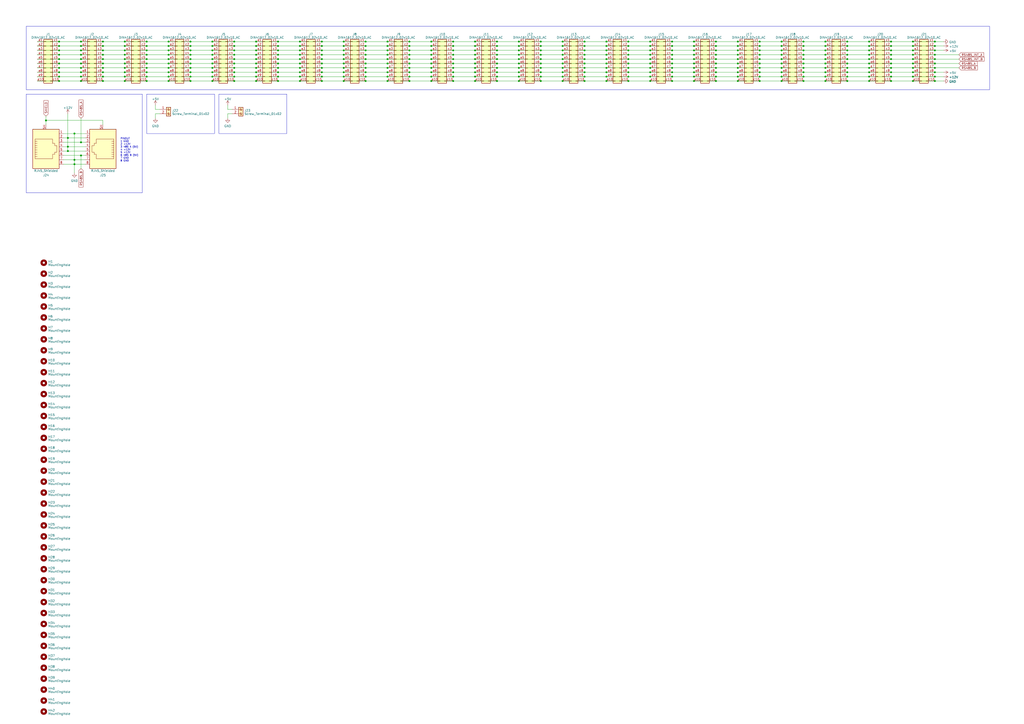
<source format=kicad_sch>
(kicad_sch (version 20230121) (generator eeschema)
  (paper "A2")
  (lib_symbols
    (symbol "Connector:DIN41612_02x10_AC" (pin_names (offset 1.016) hide)
      (property "Reference" "J" (at 1.27 12.7 0))
      (property "Value" "DIN41612_02x10_AC" (at 1.27 -15.24 0))
      (symbol "DIN41612_02x10_AC_1_1"
        (pin passive line (at -5.08 10.16 0) (length 3.81) (name "Pin_a1") (number "a1"))
        (pin passive line (at -5.08 -12.7 0) (length 3.81) (name "Pin_a10") (number "a10"))
        (pin passive line (at -5.08 7.62 0) (length 3.81) (name "Pin_a2") (number "a2"))
        (pin passive line (at -5.08 5.08 0) (length 3.81) (name "Pin_a3") (number "a3"))
        (pin passive line (at -5.08 2.54 0) (length 3.81) (name "Pin_a4") (number "a4"))
        (pin passive line (at -5.08 0 0) (length 3.81) (name "Pin_a5") (number "a5"))
        (pin passive line (at -5.08 -2.54 0) (length 3.81) (name "Pin_a6") (number "a6"))
        (pin passive line (at -5.08 -5.08 0) (length 3.81) (name "Pin_a7") (number "a7"))
        (pin passive line (at -5.08 -7.62 0) (length 3.81) (name "Pin_a8") (number "a8"))
        (pin passive line (at -5.08 -10.16 0) (length 3.81) (name "Pin_a9") (number "a9"))
        (pin passive line (at 7.62 10.16 180) (length 3.81) (name "Pin_c1") (number "c1"))
        (pin passive line (at 7.62 -12.7 180) (length 3.81) (name "Pin_c10") (number "c10"))
        (pin passive line (at 7.62 7.62 180) (length 3.81) (name "Pin_c2") (number "c2"))
        (pin passive line (at 7.62 5.08 180) (length 3.81) (name "Pin_c3") (number "c3"))
        (pin passive line (at 7.62 2.54 180) (length 3.81) (name "Pin_c4") (number "c4"))
        (pin passive line (at 7.62 0 180) (length 3.81) (name "Pin_c5") (number "c5"))
        (pin passive line (at 7.62 -2.54 180) (length 3.81) (name "Pin_c6") (number "c6"))
        (pin passive line (at 7.62 -5.08 180) (length 3.81) (name "Pin_c7") (number "c7"))
        (pin passive line (at 7.62 -7.62 180) (length 3.81) (name "Pin_c8") (number "c8"))
        (pin passive line (at 7.62 -10.16 180) (length 3.81) (name "Pin_c9") (number "c9"))
      )
    )
    (symbol "Connector:RJ45_Shielded" (pin_names (offset 1.016))
      (property "Reference" "J" (at -5.08 13.97 0))
      (property "Value" "RJ45_Shielded" (at 2.54 13.97 0))
      (symbol "RJ45_Shielded_1_1"
        (pin passive line (at 10.16 -7.62 180) (length 2.54) (name "~") (number "1"))
        (pin passive line (at 10.16 -5.08 180) (length 2.54) (name "~") (number "2"))
        (pin passive line (at 10.16 -2.54 180) (length 2.54) (name "~") (number "3"))
        (pin passive line (at 10.16 0 180) (length 2.54) (name "~") (number "4"))
        (pin passive line (at 10.16 2.54 180) (length 2.54) (name "~") (number "5"))
        (pin passive line (at 10.16 5.08 180) (length 2.54) (name "~") (number "6"))
        (pin passive line (at 10.16 7.62 180) (length 2.54) (name "~") (number "7"))
        (pin passive line (at 10.16 10.16 180) (length 2.54) (name "~") (number "8"))
        (pin passive line (at 0 -12.7 90) (length 2.54) (name "~") (number "SH"))
      )
    )
    (symbol "Connector:Screw_Terminal_01x02" (pin_names (offset 1.016) hide)
      (property "Reference" "J" (at 0 2.54 0))
      (property "Value" "Screw_Terminal_01x02" (at 0 -5.08 0))
      (symbol "Screw_Terminal_01x02_1_1"
        (pin passive line (at -5.08 0 0) (length 3.81) (name "Pin_1") (number "1"))
        (pin passive line (at -5.08 -2.54 0) (length 3.81) (name "Pin_2") (number "2"))
      )
    )
    (symbol "Mechanical:MountingHole" (pin_names (offset 1.016))
      (property "Reference" "H" (at 0 5.08 0))
      (property "Value" "MountingHole" (at 0 3.175 0))
    )
    (symbol "power:+12V" (power) (pin_names (offset 0))
      (property "Value" "+12V" (at 0 3.556 0))
      (symbol "+12V_1_1"
        (pin power_in line (at 0 0 90) (length 0) hide (name "+12V") (number "1"))
      )
    )
    (symbol "power:+5V" (power) (pin_names (offset 0))
      (property "Value" "+5V" (at 0 3.556 0))
      (symbol "+5V_1_1"
        (pin power_in line (at 0 0 90) (length 0) hide (name "+5V") (number "1"))
      )
    )
    (symbol "power:GND" (power) (pin_names (offset 0))
      (property "Value" "GND" (at 0 -3.81 0))
      (symbol "GND_1_1"
        (pin power_in line (at 0 0 270) (length 0) hide (name "GND") (number "1"))
      )
    )
  )
  (junction (at 97.79 26.67))
  (junction (at 339.09 26.67))
  (junction (at 351.79 41.91))
  (junction (at 326.39 29.21))
  (junction (at 262.89 41.91))
  (junction (at 59.69 26.67))
  (junction (at 186.69 29.21))
  (junction (at 516.89 39.37))
  (junction (at 161.29 39.37))
  (junction (at 542.29 31.75))
  (junction (at 110.49 29.21))
  (junction (at 504.19 34.29))
  (junction (at 402.59 24.13))
  (junction (at 339.09 29.21))
  (junction (at 237.49 29.21))
  (junction (at 59.69 44.45))
  (junction (at 250.19 26.67))
  (junction (at 250.19 41.91))
  (junction (at 491.49 36.83))
  (junction (at 135.89 24.13))
  (junction (at 110.49 36.83))
  (junction (at 275.59 34.29))
  (junction (at 466.09 41.91))
  (junction (at 427.99 24.13))
  (junction (at 529.59 44.45))
  (junction (at 529.59 24.13))
  (junction (at 389.89 31.75))
  (junction (at 364.49 26.67))
  (junction (at 135.89 46.99))
  (junction (at 173.99 46.99))
  (junction (at 85.09 31.75))
  (junction (at 415.29 31.75))
  (junction (at 275.59 44.45))
  (junction (at 85.09 26.67))
  (junction (at 288.29 39.37))
  (junction (at 148.59 44.45))
  (junction (at 34.29 34.29))
  (junction (at 351.79 26.67))
  (junction (at 237.49 31.75))
  (junction (at 339.09 24.13))
  (junction (at 364.49 34.29))
  (junction (at 288.29 34.29))
  (junction (at 46.99 82.55))
  (junction (at 135.89 44.45))
  (junction (at 466.09 36.83))
  (junction (at 275.59 41.91))
  (junction (at 491.49 34.29))
  (junction (at 110.49 46.99))
  (junction (at 542.29 39.37))
  (junction (at 364.49 39.37))
  (junction (at 516.89 34.29))
  (junction (at 453.39 24.13))
  (junction (at 389.89 44.45))
  (junction (at 123.19 34.29))
  (junction (at 415.29 39.37))
  (junction (at 72.39 29.21))
  (junction (at 275.59 39.37))
  (junction (at 313.69 36.83))
  (junction (at 173.99 31.75))
  (junction (at 415.29 44.45))
  (junction (at 161.29 36.83))
  (junction (at 212.09 41.91))
  (junction (at 402.59 46.99))
  (junction (at 262.89 31.75))
  (junction (at 212.09 36.83))
  (junction (at 199.39 24.13))
  (junction (at 212.09 29.21))
  (junction (at 46.99 46.99))
  (junction (at 59.69 34.29))
  (junction (at 440.69 41.91))
  (junction (at 262.89 29.21))
  (junction (at 453.39 31.75))
  (junction (at 186.69 39.37))
  (junction (at 364.49 44.45))
  (junction (at 135.89 39.37))
  (junction (at 110.49 24.13))
  (junction (at 300.99 29.21))
  (junction (at 326.39 46.99))
  (junction (at 364.49 24.13))
  (junction (at 427.99 34.29))
  (junction (at 186.69 24.13))
  (junction (at 59.69 29.21))
  (junction (at 516.89 24.13))
  (junction (at 466.09 46.99))
  (junction (at 250.19 24.13))
  (junction (at 34.29 44.45))
  (junction (at 427.99 41.91))
  (junction (at 34.29 31.75))
  (junction (at 389.89 26.67))
  (junction (at 377.19 29.21))
  (junction (at 110.49 31.75))
  (junction (at 529.59 29.21))
  (junction (at 161.29 41.91))
  (junction (at 504.19 29.21))
  (junction (at 415.29 34.29))
  (junction (at 250.19 44.45))
  (junction (at 504.19 24.13))
  (junction (at 478.79 39.37))
  (junction (at 59.69 39.37))
  (junction (at 186.69 46.99))
  (junction (at 199.39 46.99))
  (junction (at 224.79 39.37))
  (junction (at 59.69 31.75))
  (junction (at 377.19 39.37))
  (junction (at 313.69 29.21))
  (junction (at 85.09 46.99))
  (junction (at 46.99 90.17))
  (junction (at 123.19 36.83))
  (junction (at 466.09 31.75))
  (junction (at 237.49 26.67))
  (junction (at 262.89 36.83))
  (junction (at 59.69 36.83))
  (junction (at 34.29 46.99))
  (junction (at 542.29 46.99))
  (junction (at 427.99 39.37))
  (junction (at 46.99 31.75))
  (junction (at 199.39 31.75))
  (junction (at 288.29 26.67))
  (junction (at 415.29 29.21))
  (junction (at 250.19 46.99))
  (junction (at 478.79 29.21))
  (junction (at 39.37 85.09))
  (junction (at 46.99 34.29))
  (junction (at 466.09 39.37))
  (junction (at 300.99 34.29))
  (junction (at 491.49 39.37))
  (junction (at 326.39 26.67))
  (junction (at 516.89 26.67))
  (junction (at 351.79 31.75))
  (junction (at 516.89 44.45))
  (junction (at 504.19 31.75))
  (junction (at 466.09 34.29))
  (junction (at 351.79 36.83))
  (junction (at 46.99 41.91))
  (junction (at 516.89 46.99))
  (junction (at 72.39 36.83))
  (junction (at 339.09 31.75))
  (junction (at 529.59 31.75))
  (junction (at 440.69 24.13))
  (junction (at 97.79 46.99))
  (junction (at 199.39 26.67))
  (junction (at 212.09 26.67))
  (junction (at 173.99 34.29))
  (junction (at 440.69 46.99))
  (junction (at 427.99 26.67))
  (junction (at 173.99 41.91))
  (junction (at 161.29 44.45))
  (junction (at 173.99 44.45))
  (junction (at 161.29 26.67))
  (junction (at 186.69 41.91))
  (junction (at 72.39 46.99))
  (junction (at 313.69 46.99))
  (junction (at 542.29 41.91))
  (junction (at 364.49 31.75))
  (junction (at 516.89 36.83))
  (junction (at 250.19 36.83))
  (junction (at 364.49 29.21))
  (junction (at 529.59 34.29))
  (junction (at 262.89 44.45))
  (junction (at 478.79 34.29))
  (junction (at 85.09 41.91))
  (junction (at 491.49 31.75))
  (junction (at 72.39 41.91))
  (junction (at 313.69 44.45))
  (junction (at 72.39 44.45))
  (junction (at 402.59 39.37))
  (junction (at 453.39 44.45))
  (junction (at 161.29 24.13))
  (junction (at 288.29 24.13))
  (junction (at 529.59 36.83))
  (junction (at 262.89 39.37))
  (junction (at 415.29 41.91))
  (junction (at 466.09 24.13))
  (junction (at 491.49 41.91))
  (junction (at 262.89 26.67))
  (junction (at 440.69 31.75))
  (junction (at 313.69 31.75))
  (junction (at 110.49 39.37))
  (junction (at 339.09 39.37))
  (junction (at 516.89 29.21))
  (junction (at 377.19 26.67))
  (junction (at 224.79 29.21))
  (junction (at 389.89 46.99))
  (junction (at 46.99 26.67))
  (junction (at 262.89 24.13))
  (junction (at 453.39 29.21))
  (junction (at 491.49 29.21))
  (junction (at 351.79 34.29))
  (junction (at 212.09 44.45))
  (junction (at 46.99 29.21))
  (junction (at 504.19 41.91))
  (junction (at 339.09 44.45))
  (junction (at 351.79 29.21))
  (junction (at 97.79 31.75))
  (junction (at 377.19 24.13))
  (junction (at 72.39 24.13))
  (junction (at 466.09 26.67))
  (junction (at 504.19 36.83))
  (junction (at 275.59 36.83))
  (junction (at 224.79 26.67))
  (junction (at 313.69 39.37))
  (junction (at 110.49 41.91))
  (junction (at 351.79 46.99))
  (junction (at 97.79 36.83))
  (junction (at 161.29 34.29))
  (junction (at 440.69 36.83))
  (junction (at 110.49 26.67))
  (junction (at 402.59 26.67))
  (junction (at 542.29 44.45))
  (junction (at 300.99 46.99))
  (junction (at 148.59 41.91))
  (junction (at 389.89 39.37))
  (junction (at 173.99 36.83))
  (junction (at 402.59 29.21))
  (junction (at 389.89 29.21))
  (junction (at 542.29 34.29))
  (junction (at 72.39 26.67))
  (junction (at 262.89 46.99))
  (junction (at 339.09 34.29))
  (junction (at 491.49 26.67))
  (junction (at 237.49 36.83))
  (junction (at 504.19 39.37))
  (junction (at 415.29 26.67))
  (junction (at 326.39 41.91))
  (junction (at 173.99 26.67))
  (junction (at 326.39 34.29))
  (junction (at 478.79 46.99))
  (junction (at 123.19 31.75))
  (junction (at 250.19 31.75))
  (junction (at 110.49 34.29))
  (junction (at 275.59 26.67))
  (junction (at 148.59 29.21))
  (junction (at 389.89 41.91))
  (junction (at 186.69 44.45))
  (junction (at 123.19 26.67))
  (junction (at 39.37 87.63))
  (junction (at 224.79 36.83))
  (junction (at 250.19 29.21))
  (junction (at 453.39 46.99))
  (junction (at 440.69 29.21))
  (junction (at 402.59 41.91))
  (junction (at 300.99 24.13))
  (junction (at 364.49 41.91))
  (junction (at 237.49 39.37))
  (junction (at 123.19 46.99))
  (junction (at 275.59 24.13))
  (junction (at 135.89 31.75))
  (junction (at 427.99 31.75))
  (junction (at 186.69 31.75))
  (junction (at 377.19 34.29))
  (junction (at 224.79 31.75))
  (junction (at 85.09 44.45))
  (junction (at 288.29 44.45))
  (junction (at 148.59 39.37))
  (junction (at 364.49 36.83))
  (junction (at 148.59 34.29))
  (junction (at 161.29 31.75))
  (junction (at 326.39 31.75))
  (junction (at 478.79 41.91))
  (junction (at 466.09 44.45))
  (junction (at 542.29 29.21))
  (junction (at 26.67 69.85))
  (junction (at 199.39 34.29))
  (junction (at 148.59 26.67))
  (junction (at 97.79 41.91))
  (junction (at 529.59 41.91))
  (junction (at 427.99 44.45))
  (junction (at 313.69 41.91))
  (junction (at 59.69 41.91))
  (junction (at 85.09 36.83))
  (junction (at 402.59 36.83))
  (junction (at 97.79 24.13))
  (junction (at 46.99 44.45))
  (junction (at 504.19 44.45))
  (junction (at 351.79 44.45))
  (junction (at 440.69 44.45))
  (junction (at 262.89 34.29))
  (junction (at 300.99 44.45))
  (junction (at 161.29 46.99))
  (junction (at 377.19 31.75))
  (junction (at 440.69 39.37))
  (junction (at 72.39 34.29))
  (junction (at 97.79 44.45))
  (junction (at 85.09 24.13))
  (junction (at 34.29 26.67))
  (junction (at 288.29 46.99))
  (junction (at 402.59 31.75))
  (junction (at 377.19 46.99))
  (junction (at 97.79 29.21))
  (junction (at 275.59 29.21))
  (junction (at 72.39 39.37))
  (junction (at 389.89 36.83))
  (junction (at 46.99 24.13))
  (junction (at 326.39 39.37))
  (junction (at 59.69 24.13))
  (junction (at 478.79 24.13))
  (junction (at 85.09 34.29))
  (junction (at 377.19 41.91))
  (junction (at 186.69 36.83))
  (junction (at 199.39 29.21))
  (junction (at 440.69 26.67))
  (junction (at 224.79 34.29))
  (junction (at 173.99 39.37))
  (junction (at 440.69 34.29))
  (junction (at 148.59 46.99))
  (junction (at 123.19 44.45))
  (junction (at 46.99 36.83))
  (junction (at 427.99 29.21))
  (junction (at 59.69 46.99))
  (junction (at 491.49 24.13))
  (junction (at 529.59 26.67))
  (junction (at 364.49 46.99))
  (junction (at 504.19 46.99))
  (junction (at 135.89 26.67))
  (junction (at 135.89 36.83))
  (junction (at 275.59 46.99))
  (junction (at 199.39 36.83))
  (junction (at 212.09 46.99))
  (junction (at 504.19 26.67))
  (junction (at 542.29 36.83))
  (junction (at 212.09 24.13))
  (junction (at 135.89 34.29))
  (junction (at 326.39 24.13))
  (junction (at 453.39 41.91))
  (junction (at 46.99 39.37))
  (junction (at 199.39 41.91))
  (junction (at 85.09 29.21))
  (junction (at 288.29 31.75))
  (junction (at 339.09 41.91))
  (junction (at 415.29 24.13))
  (junction (at 212.09 34.29))
  (junction (at 34.29 29.21))
  (junction (at 453.39 36.83))
  (junction (at 491.49 44.45))
  (junction (at 148.59 24.13))
  (junction (at 123.19 29.21))
  (junction (at 173.99 29.21))
  (junction (at 224.79 41.91))
  (junction (at 43.18 95.25))
  (junction (at 478.79 36.83))
  (junction (at 148.59 36.83))
  (junction (at 224.79 46.99))
  (junction (at 237.49 24.13))
  (junction (at 237.49 34.29))
  (junction (at 478.79 31.75))
  (junction (at 43.18 77.47))
  (junction (at 85.09 39.37))
  (junction (at 389.89 34.29))
  (junction (at 389.89 24.13))
  (junction (at 300.99 41.91))
  (junction (at 529.59 39.37))
  (junction (at 300.99 26.67))
  (junction (at 491.49 46.99))
  (junction (at 97.79 39.37))
  (junction (at 34.29 41.91))
  (junction (at 466.09 29.21))
  (junction (at 34.29 24.13))
  (junction (at 326.39 44.45))
  (junction (at 237.49 41.91))
  (junction (at 123.19 39.37))
  (junction (at 339.09 46.99))
  (junction (at 110.49 44.45))
  (junction (at 529.59 46.99))
  (junction (at 250.19 39.37))
  (junction (at 237.49 44.45))
  (junction (at 173.99 24.13))
  (junction (at 478.79 44.45))
  (junction (at 275.59 31.75))
  (junction (at 377.19 36.83))
  (junction (at 72.39 31.75))
  (junction (at 300.99 36.83))
  (junction (at 542.29 24.13))
  (junction (at 326.39 36.83))
  (junction (at 402.59 44.45))
  (junction (at 415.29 36.83))
  (junction (at 161.29 29.21))
  (junction (at 123.19 24.13))
  (junction (at 478.79 26.67))
  (junction (at 288.29 29.21))
  (junction (at 237.49 46.99))
  (junction (at 453.39 39.37))
  (junction (at 97.79 34.29))
  (junction (at 148.59 31.75))
  (junction (at 224.79 24.13))
  (junction (at 212.09 39.37))
  (junction (at 516.89 31.75))
  (junction (at 313.69 26.67))
  (junction (at 250.19 34.29))
  (junction (at 453.39 34.29))
  (junction (at 135.89 29.21))
  (junction (at 300.99 31.75))
  (junction (at 288.29 36.83))
  (junction (at 34.29 39.37))
  (junction (at 351.79 39.37))
  (junction (at 542.29 26.67))
  (junction (at 34.29 36.83))
  (junction (at 135.89 41.91))
  (junction (at 224.79 44.45))
  (junction (at 43.18 92.71))
  (junction (at 313.69 24.13))
  (junction (at 377.19 44.45))
  (junction (at 516.89 41.91))
  (junction (at 39.37 80.01))
  (junction (at 300.99 39.37))
  (junction (at 453.39 26.67))
  (junction (at 415.29 46.99))
  (junction (at 339.09 36.83))
  (junction (at 427.99 46.99))
  (junction (at 186.69 34.29))
  (junction (at 351.79 24.13))
  (junction (at 402.59 34.29))
  (junction (at 288.29 41.91))
  (junction (at 199.39 39.37))
  (junction (at 427.99 36.83))
  (junction (at 186.69 26.67))
  (junction (at 212.09 31.75))
  (junction (at 123.19 41.91))
  (junction (at 313.69 34.29))
  (junction (at 199.39 44.45))
  (wire (pts (xy 542.29 46.99) (xy 547.37 46.99)))
  (wire (pts (xy 237.49 41.91) (xy 250.19 41.91)))
  (wire (pts (xy 237.49 46.99) (xy 250.19 46.99)))
  (wire (pts (xy 123.19 29.21) (xy 135.89 29.21)))
  (wire (pts (xy 212.09 39.37) (xy 224.79 39.37)))
  (wire (pts (xy 43.18 92.71) (xy 49.53 92.71)))
  (wire (pts (xy 402.59 36.83) (xy 415.29 36.83)))
  (wire (pts (xy 427.99 36.83) (xy 440.69 36.83)))
  (wire (pts (xy 288.29 24.13) (xy 300.99 24.13)))
  (wire (pts (xy 275.59 24.13) (xy 288.29 24.13)))
  (wire (pts (xy 148.59 31.75) (xy 161.29 31.75)))
  (wire (pts (xy 364.49 29.21) (xy 377.19 29.21)))
  (wire (pts (xy 39.37 87.63) (xy 49.53 87.63)))
  (wire (pts (xy 478.79 44.45) (xy 491.49 44.45)))
  (wire (pts (xy 427.99 26.67) (xy 440.69 26.67)))
  (wire (pts (xy 250.19 44.45) (xy 262.89 44.45)))
  (wire (pts (xy 199.39 46.99) (xy 212.09 46.99)))
  (wire (pts (xy 427.99 41.91) (xy 440.69 41.91)))
  (wire (pts (xy 402.59 24.13) (xy 415.29 24.13)))
  (wire (pts (xy 529.59 41.91) (xy 542.29 41.91)))
  (wire (pts (xy 351.79 39.37) (xy 364.49 39.37)))
  (wire (pts (xy 237.49 24.13) (xy 250.19 24.13)))
  (wire (pts (xy 148.59 44.45) (xy 161.29 44.45)))
  (wire (pts (xy 26.67 69.85) (xy 59.69 69.85)))
  (wire (pts (xy 21.59 44.45) (xy 34.29 44.45)))
  (wire (pts (xy 135.89 34.29) (xy 148.59 34.29)))
  (wire (pts (xy 377.19 39.37) (xy 389.89 39.37)))
  (wire (pts (xy 250.19 31.75) (xy 262.89 31.75)))
  (wire (pts (xy 110.49 39.37) (xy 123.19 39.37)))
  (wire (pts (xy 339.09 24.13) (xy 351.79 24.13)))
  (wire (pts (xy 529.59 29.21) (xy 542.29 29.21)))
  (wire (pts (xy 300.99 31.75) (xy 313.69 31.75)))
  (wire (pts (xy 36.83 82.55) (xy 46.99 82.55)))
  (wire (pts (xy 85.09 31.75) (xy 97.79 31.75)))
  (wire (pts (xy 402.59 46.99) (xy 415.29 46.99)))
  (wire (pts (xy 161.29 24.13) (xy 173.99 24.13)))
  (wire (pts (xy 275.59 39.37) (xy 288.29 39.37)))
  (wire (pts (xy 46.99 44.45) (xy 59.69 44.45)))
  (wire (pts (xy 161.29 39.37) (xy 173.99 39.37)))
  (wire (pts (xy 440.69 31.75) (xy 453.39 31.75)))
  (wire (pts (xy 339.09 29.21) (xy 351.79 29.21)))
  (wire (pts (xy 516.89 24.13) (xy 529.59 24.13)))
  (wire (pts (xy 288.29 44.45) (xy 300.99 44.45)))
  (wire (pts (xy 199.39 41.91) (xy 212.09 41.91)))
  (wire (pts (xy 34.29 39.37) (xy 46.99 39.37)))
  (wire (pts (xy 339.09 31.75) (xy 351.79 31.75)))
  (wire (pts (xy 491.49 36.83) (xy 504.19 36.83)))
  (wire (pts (xy 351.79 36.83) (xy 364.49 36.83)))
  (wire (pts (xy 389.89 36.83) (xy 402.59 36.83)))
  (wire (pts (xy 313.69 39.37) (xy 326.39 39.37)))
  (wire (pts (xy 59.69 31.75) (xy 72.39 31.75)))
  (wire (pts (xy 364.49 36.83) (xy 377.19 36.83)))
  (wire (pts (xy 542.29 41.91) (xy 547.37 41.91)))
  (wire (pts (xy 85.09 41.91) (xy 97.79 41.91)))
  (wire (pts (xy 199.39 44.45) (xy 212.09 44.45)))
  (wire (pts (xy 134.62 66.04) (xy 132.08 66.04)))
  (wire (pts (xy 72.39 26.67) (xy 85.09 26.67)))
  (wire (pts (xy 148.59 36.83) (xy 161.29 36.83)))
  (wire (pts (xy 123.19 39.37) (xy 135.89 39.37)))
  (wire (pts (xy 478.79 24.13) (xy 491.49 24.13)))
  (wire (pts (xy 478.79 26.67) (xy 491.49 26.67)))
  (wire (pts (xy 186.69 36.83) (xy 199.39 36.83)))
  (wire (pts (xy 212.09 31.75) (xy 224.79 31.75)))
  (wire (pts (xy 351.79 44.45) (xy 364.49 44.45)))
  (wire (pts (xy 427.99 44.45) (xy 440.69 44.45)))
  (wire (pts (xy 148.59 46.99) (xy 161.29 46.99)))
  (wire (pts (xy 173.99 31.75) (xy 186.69 31.75)))
  (wire (pts (xy 59.69 29.21) (xy 72.39 29.21)))
  (wire (pts (xy 491.49 24.13) (xy 504.19 24.13)))
  (wire (pts (xy 326.39 46.99) (xy 339.09 46.99)))
  (wire (pts (xy 46.99 31.75) (xy 59.69 31.75)))
  (wire (pts (xy 504.19 41.91) (xy 516.89 41.91)))
  (wire (pts (xy 199.39 24.13) (xy 212.09 24.13)))
  (wire (pts (xy 262.89 34.29) (xy 275.59 34.29)))
  (wire (pts (xy 262.89 44.45) (xy 275.59 44.45)))
  (wire (pts (xy 34.29 34.29) (xy 46.99 34.29)))
  (polyline (pts (xy 15.24 54.61) (xy 15.24 111.76)))
  (wire (pts (xy 466.09 31.75) (xy 478.79 31.75)))
  (wire (pts (xy 123.19 34.29) (xy 135.89 34.29)))
  (wire (pts (xy 339.09 34.29) (xy 351.79 34.29)))
  (wire (pts (xy 415.29 44.45) (xy 427.99 44.45)))
  (wire (pts (xy 313.69 36.83) (xy 326.39 36.83)))
  (wire (pts (xy 389.89 46.99) (xy 402.59 46.99)))
  (wire (pts (xy 427.99 46.99) (xy 440.69 46.99)))
  (wire (pts (xy 224.79 26.67) (xy 237.49 26.67)))
  (wire (pts (xy 491.49 46.99) (xy 504.19 46.99)))
  (wire (pts (xy 36.83 85.09) (xy 39.37 85.09)))
  (wire (pts (xy 516.89 41.91) (xy 529.59 41.91)))
  (wire (pts (xy 402.59 39.37) (xy 415.29 39.37)))
  (wire (pts (xy 516.89 29.21) (xy 529.59 29.21)))
  (wire (pts (xy 275.59 26.67) (xy 288.29 26.67)))
  (wire (pts (xy 34.29 31.75) (xy 46.99 31.75)))
  (wire (pts (xy 237.49 44.45) (xy 250.19 44.45)))
  (wire (pts (xy 212.09 24.13) (xy 224.79 24.13)))
  (wire (pts (xy 34.29 26.67) (xy 46.99 26.67)))
  (wire (pts (xy 224.79 39.37) (xy 237.49 39.37)))
  (wire (pts (xy 504.19 39.37) (xy 516.89 39.37)))
  (wire (pts (xy 161.29 46.99) (xy 173.99 46.99)))
  (wire (pts (xy 237.49 29.21) (xy 250.19 29.21)))
  (wire (pts (xy 466.09 46.99) (xy 478.79 46.99)))
  (wire (pts (xy 85.09 34.29) (xy 97.79 34.29)))
  (wire (pts (xy 39.37 80.01) (xy 49.53 80.01)))
  (wire (pts (xy 351.79 29.21) (xy 364.49 29.21)))
  (wire (pts (xy 402.59 44.45) (xy 415.29 44.45)))
  (wire (pts (xy 288.29 39.37) (xy 300.99 39.37)))
  (wire (pts (xy 46.99 90.17) (xy 46.99 97.79)))
  (wire (pts (xy 72.39 39.37) (xy 85.09 39.37)))
  (wire (pts (xy 21.59 41.91) (xy 34.29 41.91)))
  (wire (pts (xy 90.17 60.96) (xy 90.17 63.5)))
  (wire (pts (xy 161.29 41.91) (xy 173.99 41.91)))
  (wire (pts (xy 237.49 31.75) (xy 250.19 31.75)))
  (wire (pts (xy 135.89 24.13) (xy 148.59 24.13)))
  (wire (pts (xy 491.49 34.29) (xy 504.19 34.29)))
  (wire (pts (xy 339.09 39.37) (xy 351.79 39.37)))
  (wire (pts (xy 504.19 34.29) (xy 516.89 34.29)))
  (wire (pts (xy 36.83 90.17) (xy 46.99 90.17)))
  (polyline (pts (xy 82.55 111.76) (xy 82.55 54.61)))
  (wire (pts (xy 377.19 44.45) (xy 389.89 44.45)))
  (wire (pts (xy 415.29 46.99) (xy 427.99 46.99)))
  (wire (pts (xy 97.79 24.13) (xy 110.49 24.13)))
  (wire (pts (xy 300.99 44.45) (xy 313.69 44.45)))
  (wire (pts (xy 85.09 36.83) (xy 97.79 36.83)))
  (wire (pts (xy 92.71 66.04) (xy 90.17 66.04)))
  (wire (pts (xy 529.59 36.83) (xy 542.29 36.83)))
  (wire (pts (xy 516.89 44.45) (xy 529.59 44.45)))
  (wire (pts (xy 224.79 34.29) (xy 237.49 34.29)))
  (wire (pts (xy 224.79 24.13) (xy 237.49 24.13)))
  (wire (pts (xy 46.99 26.67) (xy 59.69 26.67)))
  (wire (pts (xy 186.69 24.13) (xy 199.39 24.13)))
  (wire (pts (xy 547.37 24.13) (xy 542.29 24.13)))
  (wire (pts (xy 21.59 36.83) (xy 34.29 36.83)))
  (wire (pts (xy 173.99 29.21) (xy 186.69 29.21)))
  (wire (pts (xy 186.69 46.99) (xy 199.39 46.99)))
  (wire (pts (xy 59.69 39.37) (xy 72.39 39.37)))
  (wire (pts (xy 440.69 39.37) (xy 453.39 39.37)))
  (wire (pts (xy 43.18 95.25) (xy 49.53 95.25)))
  (wire (pts (xy 161.29 36.83) (xy 173.99 36.83)))
  (wire (pts (xy 148.59 24.13) (xy 161.29 24.13)))
  (wire (pts (xy 21.59 46.99) (xy 34.29 46.99)))
  (wire (pts (xy 389.89 41.91) (xy 402.59 41.91)))
  (wire (pts (xy 173.99 46.99) (xy 186.69 46.99)))
  (wire (pts (xy 161.29 44.45) (xy 173.99 44.45)))
  (wire (pts (xy 59.69 26.67) (xy 72.39 26.67)))
  (wire (pts (xy 326.39 31.75) (xy 339.09 31.75)))
  (wire (pts (xy 542.29 36.83) (xy 556.26 36.83)))
  (wire (pts (xy 72.39 29.21) (xy 85.09 29.21)))
  (wire (pts (xy 300.99 39.37) (xy 313.69 39.37)))
  (wire (pts (xy 123.19 44.45) (xy 135.89 44.45)))
  (wire (pts (xy 516.89 39.37) (xy 529.59 39.37)))
  (wire (pts (xy 478.79 36.83) (xy 491.49 36.83)))
  (wire (pts (xy 389.89 31.75) (xy 402.59 31.75)))
  (wire (pts (xy 313.69 26.67) (xy 326.39 26.67)))
  (wire (pts (xy 478.79 31.75) (xy 491.49 31.75)))
  (wire (pts (xy 21.59 29.21) (xy 34.29 29.21)))
  (wire (pts (xy 364.49 44.45) (xy 377.19 44.45)))
  (wire (pts (xy 300.99 41.91) (xy 313.69 41.91)))
  (wire (pts (xy 288.29 26.67) (xy 300.99 26.67)))
  (wire (pts (xy 36.83 77.47) (xy 43.18 77.47)))
  (wire (pts (xy 135.89 44.45) (xy 148.59 44.45)))
  (wire (pts (xy 453.39 46.99) (xy 466.09 46.99)))
  (wire (pts (xy 440.69 46.99) (xy 453.39 46.99)))
  (wire (pts (xy 542.29 39.37) (xy 556.26 39.37)))
  (wire (pts (xy 529.59 31.75) (xy 542.29 31.75)))
  (wire (pts (xy 313.69 41.91) (xy 326.39 41.91)))
  (wire (pts (xy 39.37 66.04) (xy 39.37 80.01)))
  (wire (pts (xy 389.89 39.37) (xy 402.59 39.37)))
  (wire (pts (xy 275.59 34.29) (xy 288.29 34.29)))
  (wire (pts (xy 161.29 34.29) (xy 173.99 34.29)))
  (wire (pts (xy 173.99 24.13) (xy 186.69 24.13)))
  (wire (pts (xy 72.39 24.13) (xy 85.09 24.13)))
  (wire (pts (xy 529.59 24.13) (xy 542.29 24.13)))
  (wire (pts (xy 427.99 39.37) (xy 440.69 39.37)))
  (wire (pts (xy 402.59 41.91) (xy 415.29 41.91)))
  (wire (pts (xy 262.89 36.83) (xy 275.59 36.83)))
  (wire (pts (xy 440.69 26.67) (xy 453.39 26.67)))
  (wire (pts (xy 326.39 24.13) (xy 339.09 24.13)))
  (wire (pts (xy 377.19 24.13) (xy 389.89 24.13)))
  (wire (pts (xy 90.17 66.04) (xy 90.17 68.58)))
  (wire (pts (xy 504.19 36.83) (xy 516.89 36.83)))
  (wire (pts (xy 478.79 39.37) (xy 491.49 39.37)))
  (wire (pts (xy 59.69 46.99) (xy 72.39 46.99)))
  (wire (pts (xy 59.69 34.29) (xy 72.39 34.29)))
  (wire (pts (xy 504.19 26.67) (xy 516.89 26.67)))
  (wire (pts (xy 529.59 34.29) (xy 542.29 34.29)))
  (wire (pts (xy 529.59 46.99) (xy 542.29 46.99)))
  (wire (pts (xy 237.49 34.29) (xy 250.19 34.29)))
  (wire (pts (xy 212.09 36.83) (xy 224.79 36.83)))
  (wire (pts (xy 427.99 31.75) (xy 440.69 31.75)))
  (wire (pts (xy 237.49 26.67) (xy 250.19 26.67)))
  (wire (pts (xy 199.39 34.29) (xy 212.09 34.29)))
  (wire (pts (xy 364.49 31.75) (xy 377.19 31.75)))
  (wire (pts (xy 313.69 46.99) (xy 326.39 46.99)))
  (wire (pts (xy 250.19 24.13) (xy 262.89 24.13)))
  (wire (pts (xy 262.89 26.67) (xy 275.59 26.67)))
  (wire (pts (xy 72.39 46.99) (xy 85.09 46.99)))
  (wire (pts (xy 224.79 46.99) (xy 237.49 46.99)))
  (wire (pts (xy 85.09 46.99) (xy 97.79 46.99)))
  (wire (pts (xy 415.29 39.37) (xy 427.99 39.37)))
  (wire (pts (xy 351.79 31.75) (xy 364.49 31.75)))
  (wire (pts (xy 132.08 60.96) (xy 132.08 63.5)))
  (wire (pts (xy 415.29 29.21) (xy 427.99 29.21)))
  (wire (pts (xy 415.29 26.67) (xy 427.99 26.67)))
  (wire (pts (xy 402.59 29.21) (xy 415.29 29.21)))
  (wire (pts (xy 85.09 26.67) (xy 97.79 26.67)))
  (wire (pts (xy 313.69 34.29) (xy 326.39 34.29)))
  (wire (pts (xy 224.79 41.91) (xy 237.49 41.91)))
  (wire (pts (xy 97.79 44.45) (xy 110.49 44.45)))
  (wire (pts (xy 339.09 41.91) (xy 351.79 41.91)))
  (wire (pts (xy 173.99 39.37) (xy 186.69 39.37)))
  (wire (pts (xy 300.99 24.13) (xy 313.69 24.13)))
  (wire (pts (xy 123.19 24.13) (xy 135.89 24.13)))
  (wire (pts (xy 110.49 24.13) (xy 123.19 24.13)))
  (wire (pts (xy 123.19 31.75) (xy 135.89 31.75)))
  (wire (pts (xy 186.69 39.37) (xy 199.39 39.37)))
  (wire (pts (xy 97.79 34.29) (xy 110.49 34.29)))
  (wire (pts (xy 250.19 46.99) (xy 262.89 46.99)))
  (wire (pts (xy 212.09 29.21) (xy 224.79 29.21)))
  (wire (pts (xy 148.59 34.29) (xy 161.29 34.29)))
  (wire (pts (xy 123.19 41.91) (xy 135.89 41.91)))
  (wire (pts (xy 262.89 29.21) (xy 275.59 29.21)))
  (wire (pts (xy 135.89 31.75) (xy 148.59 31.75)))
  (wire (pts (xy 326.39 44.45) (xy 339.09 44.45)))
  (wire (pts (xy 199.39 36.83) (xy 212.09 36.83)))
  (wire (pts (xy 504.19 44.45) (xy 516.89 44.45)))
  (wire (pts (xy 39.37 85.09) (xy 49.53 85.09)))
  (wire (pts (xy 504.19 24.13) (xy 516.89 24.13)))
  (wire (pts (xy 59.69 72.39) (xy 59.69 69.85)))
  (polyline (pts (xy 82.55 54.61) (xy 15.24 54.61)))
  (wire (pts (xy 466.09 26.67) (xy 478.79 26.67)))
  (wire (pts (xy 415.29 41.91) (xy 427.99 41.91)))
  (wire (pts (xy 186.69 31.75) (xy 199.39 31.75)))
  (wire (pts (xy 453.39 24.13) (xy 466.09 24.13)))
  (wire (pts (xy 339.09 26.67) (xy 351.79 26.67)))
  (wire (pts (xy 135.89 46.99) (xy 148.59 46.99)))
  (wire (pts (xy 491.49 26.67) (xy 504.19 26.67)))
  (wire (pts (xy 275.59 31.75) (xy 288.29 31.75)))
  (wire (pts (xy 72.39 31.75) (xy 85.09 31.75)))
  (wire (pts (xy 389.89 24.13) (xy 402.59 24.13)))
  (wire (pts (xy 504.19 46.99) (xy 516.89 46.99)))
  (wire (pts (xy 542.29 26.67) (xy 547.37 26.67)))
  (wire (pts (xy 34.29 41.91) (xy 46.99 41.91)))
  (wire (pts (xy 351.79 34.29) (xy 364.49 34.29)))
  (wire (pts (xy 453.39 29.21) (xy 466.09 29.21)))
  (wire (pts (xy 377.19 26.67) (xy 389.89 26.67)))
  (wire (pts (xy 288.29 36.83) (xy 300.99 36.83)))
  (wire (pts (xy 110.49 31.75) (xy 123.19 31.75)))
  (wire (pts (xy 300.99 36.83) (xy 313.69 36.83)))
  (wire (pts (xy 110.49 46.99) (xy 123.19 46.99)))
  (wire (pts (xy 300.99 26.67) (xy 313.69 26.67)))
  (wire (pts (xy 199.39 29.21) (xy 212.09 29.21)))
  (wire (pts (xy 364.49 41.91) (xy 377.19 41.91)))
  (wire (pts (xy 377.19 46.99) (xy 389.89 46.99)))
  (wire (pts (xy 440.69 24.13) (xy 453.39 24.13)))
  (wire (pts (xy 453.39 44.45) (xy 466.09 44.45)))
  (wire (pts (xy 250.19 29.21) (xy 262.89 29.21)))
  (wire (pts (xy 21.59 31.75) (xy 34.29 31.75)))
  (wire (pts (xy 262.89 31.75) (xy 275.59 31.75)))
  (wire (pts (xy 250.19 39.37) (xy 262.89 39.37)))
  (wire (pts (xy 21.59 34.29) (xy 34.29 34.29)))
  (wire (pts (xy 427.99 34.29) (xy 440.69 34.29)))
  (wire (pts (xy 110.49 26.67) (xy 123.19 26.67)))
  (wire (pts (xy 161.29 31.75) (xy 173.99 31.75)))
  (wire (pts (xy 110.49 36.83) (xy 123.19 36.83)))
  (wire (pts (xy 224.79 44.45) (xy 237.49 44.45)))
  (wire (pts (xy 440.69 41.91) (xy 453.39 41.91)))
  (wire (pts (xy 402.59 26.67) (xy 415.29 26.67)))
  (wire (pts (xy 300.99 29.21) (xy 313.69 29.21)))
  (wire (pts (xy 85.09 44.45) (xy 97.79 44.45)))
  (wire (pts (xy 161.29 29.21) (xy 173.99 29.21)))
  (wire (pts (xy 440.69 36.83) (xy 453.39 36.83)))
  (wire (pts (xy 135.89 39.37) (xy 148.59 39.37)))
  (wire (pts (xy 453.39 39.37) (xy 466.09 39.37)))
  (wire (pts (xy 288.29 34.29) (xy 300.99 34.29)))
  (wire (pts (xy 237.49 39.37) (xy 250.19 39.37)))
  (wire (pts (xy 250.19 34.29) (xy 262.89 34.29)))
  (wire (pts (xy 542.29 29.21) (xy 547.37 29.21)))
  (wire (pts (xy 275.59 29.21) (xy 288.29 29.21)))
  (wire (pts (xy 72.39 44.45) (xy 85.09 44.45)))
  (wire (pts (xy 389.89 34.29) (xy 402.59 34.29)))
  (wire (pts (xy 313.69 31.75) (xy 326.39 31.75)))
  (wire (pts (xy 478.79 46.99) (xy 491.49 46.99)))
  (wire (pts (xy 36.83 80.01) (xy 39.37 80.01)))
  (wire (pts (xy 389.89 44.45) (xy 402.59 44.45)))
  (wire (pts (xy 59.69 36.83) (xy 72.39 36.83)))
  (wire (pts (xy 313.69 24.13) (xy 326.39 24.13)))
  (wire (pts (xy 351.79 24.13) (xy 364.49 24.13)))
  (wire (pts (xy 288.29 46.99) (xy 300.99 46.99)))
  (wire (pts (xy 453.39 41.91) (xy 466.09 41.91)))
  (wire (pts (xy 39.37 85.09) (xy 39.37 87.63)))
  (wire (pts (xy 43.18 77.47) (xy 43.18 92.71)))
  (wire (pts (xy 237.49 36.83) (xy 250.19 36.83)))
  (wire (pts (xy 529.59 44.45) (xy 542.29 44.45)))
  (wire (pts (xy 97.79 36.83) (xy 110.49 36.83)))
  (wire (pts (xy 364.49 46.99) (xy 377.19 46.99)))
  (wire (pts (xy 364.49 26.67) (xy 377.19 26.67)))
  (wire (pts (xy 46.99 24.13) (xy 59.69 24.13)))
  (wire (pts (xy 21.59 26.67) (xy 34.29 26.67)))
  (wire (pts (xy 529.59 26.67) (xy 542.29 26.67)))
  (wire (pts (xy 224.79 31.75) (xy 237.49 31.75)))
  (wire (pts (xy 351.79 41.91) (xy 364.49 41.91)))
  (wire (pts (xy 427.99 24.13) (xy 440.69 24.13)))
  (wire (pts (xy 364.49 24.13) (xy 377.19 24.13)))
  (wire (pts (xy 212.09 44.45) (xy 224.79 44.45)))
  (wire (pts (xy 34.29 46.99) (xy 46.99 46.99)))
  (wire (pts (xy 123.19 26.67) (xy 135.89 26.67)))
  (wire (pts (xy 377.19 29.21) (xy 389.89 29.21)))
  (wire (pts (xy 85.09 39.37) (xy 97.79 39.37)))
  (wire (pts (xy 377.19 36.83) (xy 389.89 36.83)))
  (wire (pts (xy 466.09 34.29) (xy 478.79 34.29)))
  (wire (pts (xy 415.29 31.75) (xy 427.99 31.75)))
  (wire (pts (xy 377.19 31.75) (xy 389.89 31.75)))
  (wire (pts (xy 389.89 26.67) (xy 402.59 26.67)))
  (wire (pts (xy 453.39 34.29) (xy 466.09 34.29)))
  (wire (pts (xy 491.49 29.21) (xy 504.19 29.21)))
  (wire (pts (xy 72.39 34.29) (xy 85.09 34.29)))
  (wire (pts (xy 250.19 26.67) (xy 262.89 26.67)))
  (wire (pts (xy 478.79 29.21) (xy 491.49 29.21)))
  (wire (pts (xy 262.89 39.37) (xy 275.59 39.37)))
  (wire (pts (xy 377.19 41.91) (xy 389.89 41.91)))
  (wire (pts (xy 516.89 36.83) (xy 529.59 36.83)))
  (wire (pts (xy 529.59 39.37) (xy 542.29 39.37)))
  (wire (pts (xy 453.39 31.75) (xy 466.09 31.75)))
  (wire (pts (xy 173.99 44.45) (xy 186.69 44.45)))
  (wire (pts (xy 453.39 36.83) (xy 466.09 36.83)))
  (wire (pts (xy 39.37 80.01) (xy 39.37 85.09)))
  (wire (pts (xy 351.79 46.99) (xy 364.49 46.99)))
  (wire (pts (xy 288.29 41.91) (xy 300.99 41.91)))
  (wire (pts (xy 326.39 29.21) (xy 339.09 29.21)))
  (wire (pts (xy 148.59 41.91) (xy 161.29 41.91)))
  (wire (pts (xy 135.89 26.67) (xy 148.59 26.67)))
  (wire (pts (xy 364.49 34.29) (xy 377.19 34.29)))
  (wire (pts (xy 46.99 82.55) (xy 49.53 82.55)))
  (wire (pts (xy 440.69 44.45) (xy 453.39 44.45)))
  (wire (pts (xy 491.49 39.37) (xy 504.19 39.37)))
  (wire (pts (xy 110.49 34.29) (xy 123.19 34.29)))
  (wire (pts (xy 504.19 29.21) (xy 516.89 29.21)))
  (wire (pts (xy 313.69 29.21) (xy 326.39 29.21)))
  (wire (pts (xy 453.39 26.67) (xy 466.09 26.67)))
  (wire (pts (xy 135.89 36.83) (xy 148.59 36.83)))
  (wire (pts (xy 491.49 41.91) (xy 504.19 41.91)))
  (wire (pts (xy 466.09 41.91) (xy 478.79 41.91)))
  (wire (pts (xy 59.69 41.91) (xy 72.39 41.91)))
  (wire (pts (xy 491.49 31.75) (xy 504.19 31.75)))
  (wire (pts (xy 389.89 29.21) (xy 402.59 29.21)))
  (wire (pts (xy 440.69 34.29) (xy 453.39 34.29)))
  (wire (pts (xy 466.09 44.45) (xy 478.79 44.45)))
  (wire (pts (xy 123.19 36.83) (xy 135.89 36.83)))
  (wire (pts (xy 21.59 24.13) (xy 34.29 24.13)))
  (wire (pts (xy 212.09 41.91) (xy 224.79 41.91)))
  (wire (pts (xy 262.89 41.91) (xy 275.59 41.91)))
  (wire (pts (xy 110.49 29.21) (xy 123.19 29.21)))
  (wire (pts (xy 186.69 34.29) (xy 199.39 34.29)))
  (wire (pts (xy 262.89 24.13) (xy 275.59 24.13)))
  (wire (pts (xy 199.39 31.75) (xy 212.09 31.75)))
  (wire (pts (xy 275.59 46.99) (xy 288.29 46.99)))
  (wire (pts (xy 46.99 90.17) (xy 49.53 90.17)))
  (wire (pts (xy 97.79 29.21) (xy 110.49 29.21)))
  (wire (pts (xy 516.89 46.99) (xy 529.59 46.99)))
  (wire (pts (xy 46.99 36.83) (xy 59.69 36.83)))
  (wire (pts (xy 59.69 44.45) (xy 72.39 44.45)))
  (wire (pts (xy 199.39 26.67) (xy 212.09 26.67)))
  (wire (pts (xy 504.19 31.75) (xy 516.89 31.75)))
  (wire (pts (xy 123.19 46.99) (xy 135.89 46.99)))
  (wire (pts (xy 542.29 44.45) (xy 547.37 44.45)))
  (wire (pts (xy 72.39 41.91) (xy 85.09 41.91)))
  (wire (pts (xy 351.79 26.67) (xy 364.49 26.67)))
  (wire (pts (xy 250.19 41.91) (xy 262.89 41.91)))
  (wire (pts (xy 275.59 41.91) (xy 288.29 41.91)))
  (wire (pts (xy 43.18 77.47) (xy 49.53 77.47)))
  (wire (pts (xy 97.79 41.91) (xy 110.49 41.91)))
  (wire (pts (xy 90.17 63.5) (xy 92.71 63.5)))
  (wire (pts (xy 59.69 24.13) (xy 72.39 24.13)))
  (wire (pts (xy 36.83 87.63) (xy 39.37 87.63)))
  (wire (pts (xy 72.39 36.83) (xy 85.09 36.83)))
  (wire (pts (xy 132.08 66.04) (xy 132.08 68.58)))
  (wire (pts (xy 46.99 68.58) (xy 46.99 82.55)))
  (wire (pts (xy 466.09 29.21) (xy 478.79 29.21)))
  (wire (pts (xy 199.39 39.37) (xy 212.09 39.37)))
  (wire (pts (xy 326.39 36.83) (xy 339.09 36.83)))
  (wire (pts (xy 288.29 31.75) (xy 300.99 31.75)))
  (wire (pts (xy 43.18 92.71) (xy 43.18 95.25)))
  (wire (pts (xy 288.29 29.21) (xy 300.99 29.21)))
  (wire (pts (xy 97.79 31.75) (xy 110.49 31.75)))
  (wire (pts (xy 135.89 29.21) (xy 148.59 29.21)))
  (wire (pts (xy 173.99 26.67) (xy 186.69 26.67)))
  (wire (pts (xy 148.59 39.37) (xy 161.29 39.37)))
  (wire (pts (xy 224.79 29.21) (xy 237.49 29.21)))
  (wire (pts (xy 377.19 34.29) (xy 389.89 34.29)))
  (wire (pts (xy 516.89 34.29) (xy 529.59 34.29)))
  (wire (pts (xy 186.69 41.91) (xy 199.39 41.91)))
  (wire (pts (xy 466.09 36.83) (xy 478.79 36.83)))
  (wire (pts (xy 173.99 41.91) (xy 186.69 41.91)))
  (wire (pts (xy 110.49 41.91) (xy 123.19 41.91)))
  (wire (pts (xy 542.29 31.75) (xy 556.26 31.75)))
  (wire (pts (xy 132.08 63.5) (xy 134.62 63.5)))
  (wire (pts (xy 402.59 34.29) (xy 415.29 34.29)))
  (wire (pts (xy 339.09 44.45) (xy 351.79 44.45)))
  (wire (pts (xy 313.69 44.45) (xy 326.39 44.45)))
  (wire (pts (xy 36.83 92.71) (xy 43.18 92.71)))
  (wire (pts (xy 46.99 46.99) (xy 59.69 46.99)))
  (wire (pts (xy 148.59 29.21) (xy 161.29 29.21)))
  (wire (pts (xy 34.29 44.45) (xy 46.99 44.45)))
  (wire (pts (xy 402.59 31.75) (xy 415.29 31.75)))
  (wire (pts (xy 224.79 36.83) (xy 237.49 36.83)))
  (wire (pts (xy 339.09 46.99) (xy 351.79 46.99)))
  (wire (pts (xy 46.99 29.21) (xy 59.69 29.21)))
  (wire (pts (xy 364.49 39.37) (xy 377.19 39.37)))
  (wire (pts (xy 326.39 39.37) (xy 339.09 39.37)))
  (wire (pts (xy 46.99 39.37) (xy 59.69 39.37)))
  (wire (pts (xy 427.99 29.21) (xy 440.69 29.21)))
  (wire (pts (xy 516.89 31.75) (xy 529.59 31.75)))
  (wire (pts (xy 36.83 95.25) (xy 43.18 95.25)))
  (wire (pts (xy 478.79 41.91) (xy 491.49 41.91)))
  (wire (pts (xy 110.49 44.45) (xy 123.19 44.45)))
  (wire (pts (xy 326.39 34.29) (xy 339.09 34.29)))
  (wire (pts (xy 148.59 26.67) (xy 161.29 26.67)))
  (wire (pts (xy 173.99 36.83) (xy 186.69 36.83)))
  (wire (pts (xy 186.69 29.21) (xy 199.39 29.21)))
  (wire (pts (xy 542.29 34.29) (xy 556.26 34.29)))
  (wire (pts (xy 212.09 46.99) (xy 224.79 46.99)))
  (wire (pts (xy 85.09 24.13) (xy 97.79 24.13)))
  (wire (pts (xy 34.29 24.13) (xy 46.99 24.13)))
  (wire (pts (xy 440.69 29.21) (xy 453.39 29.21)))
  (wire (pts (xy 275.59 36.83) (xy 288.29 36.83)))
  (wire (pts (xy 326.39 41.91) (xy 339.09 41.91)))
  (wire (pts (xy 415.29 36.83) (xy 427.99 36.83)))
  (wire (pts (xy 135.89 41.91) (xy 148.59 41.91)))
  (wire (pts (xy 173.99 34.29) (xy 186.69 34.29)))
  (wire (pts (xy 275.59 44.45) (xy 288.29 44.45)))
  (wire (pts (xy 46.99 41.91) (xy 59.69 41.91)))
  (wire (pts (xy 26.67 67.31) (xy 26.67 69.85)))
  (wire (pts (xy 43.18 95.25) (xy 43.18 100.33)))
  (wire (pts (xy 326.39 26.67) (xy 339.09 26.67)))
  (wire (pts (xy 186.69 26.67) (xy 199.39 26.67)))
  (wire (pts (xy 300.99 34.29) (xy 313.69 34.29)))
  (wire (pts (xy 97.79 46.99) (xy 110.49 46.99)))
  (wire (pts (xy 85.09 29.21) (xy 97.79 29.21)))
  (wire (pts (xy 478.79 34.29) (xy 491.49 34.29)))
  (wire (pts (xy 34.29 36.83) (xy 46.99 36.83)))
  (wire (pts (xy 415.29 34.29) (xy 427.99 34.29)))
  (wire (pts (xy 516.89 26.67) (xy 529.59 26.67)))
  (wire (pts (xy 97.79 26.67) (xy 110.49 26.67)))
  (wire (pts (xy 491.49 44.45) (xy 504.19 44.45)))
  (wire (pts (xy 339.09 36.83) (xy 351.79 36.83)))
  (wire (pts (xy 250.19 36.83) (xy 262.89 36.83)))
  (wire (pts (xy 97.79 39.37) (xy 110.49 39.37)))
  (wire (pts (xy 186.69 44.45) (xy 199.39 44.45)))
  (wire (pts (xy 212.09 26.67) (xy 224.79 26.67)))
  (wire (pts (xy 466.09 39.37) (xy 478.79 39.37)))
  (wire (pts (xy 34.29 29.21) (xy 46.99 29.21)))
  (wire (pts (xy 415.29 24.13) (xy 427.99 24.13)))
  (wire (pts (xy 161.29 26.67) (xy 173.99 26.67)))
  (wire (pts (xy 262.89 46.99) (xy 275.59 46.99)))
  (wire (pts (xy 300.99 46.99) (xy 313.69 46.99)))
  (wire (pts (xy 21.59 39.37) (xy 34.29 39.37)))
  (polyline (pts (xy 15.24 111.76) (xy 82.55 111.76)))
  (wire (pts (xy 466.09 24.13) (xy 478.79 24.13)))
  (wire (pts (xy 26.67 72.39) (xy 26.67 69.85)))
  (wire (pts (xy 46.99 34.29) (xy 59.69 34.29)))
  (wire (pts (xy 212.09 34.29) (xy 224.79 34.29)))
  (rectangle (start 85.09 54.61) (end 124.46 77.47))
  (rectangle (start 15.24 15.24) (end 574.04 52.07))
  (rectangle (start 127 54.61) (end 166.37 77.47))
  (text "PINOUT\n1 GND\n2 +12V\n3 485 A (5V)\n4 +12V\n5 +12V\n6 485 B (5V)\n7 GND\n8 GND\n" (at 69.85 93.98 0) (effects (font (size 1 1)) (justify left bottom)))
  (global_label "RS485_A" (shape input) (at 556.26 36.83 0) (property "Intersheetrefs" "${INTERSHEET_REFS}" (effects hide)))
  (global_label "RS485_B" (shape input) (at 46.99 97.79 270) (property "Intersheetrefs" "${INTERSHEET_REFS}" (effects hide)))
  (global_label "SHIELD" (shape input) (at 26.67 67.31 90) (property "Intersheetrefs" "${INTERSHEET_REFS}" (effects hide)))
  (global_label "RS485_INT_B" (shape input) (at 556.26 34.29 0) (property "Intersheetrefs" "${INTERSHEET_REFS}" (effects hide)))
  (global_label "RS485_INT_A" (shape input) (at 556.26 31.75 0) (property "Intersheetrefs" "${INTERSHEET_REFS}" (effects hide)))
  (global_label "RS485_A" (shape input) (at 46.99 68.58 90) (property "Intersheetrefs" "${INTERSHEET_REFS}" (effects hide)))
  (global_label "RS485_B" (shape input) (at 556.26 39.37 0) (property "Intersheetrefs" "${INTERSHEET_REFS}" (effects hide)))
  (symbol (lib_id "Mechanical:MountingHole") (at 25.4 292.1 0) (unit 1)
    (property "Reference" "H23" (at 27.94 291.4563 0) (effects (justify left)))
    (property "Value" "MountingHole" (at 27.94 293.3773 0) (effects (justify left)))
    (property "Footprint" "MountingHole:MountingHole_2.5mm" (effects hide))
  )
  (symbol (lib_id "Connector:DIN41612_02x10_AC") (at 26.67 34.29 0) (unit 1)
    (property "Reference" "J1" (at 27.94 19.8501 0))
    (property "Value" "DIN41612_02x10_AC" (at 27.94 21.7711 0))
    (property "Footprint" "Connector_DIN:DIN41612_C3_2x10_Female_Vertical_THT" (effects hide))
  )
  (symbol (lib_id "Connector:DIN41612_02x10_AC") (at 102.87 34.29 0) (unit 1)
    (property "Reference" "J4" (at 104.14 19.8501 0))
    (property "Value" "DIN41612_02x10_AC" (at 104.14 21.7711 0))
    (property "Footprint" "Connector_DIN:DIN41612_C3_2x10_Female_Vertical_THT" (effects hide))
  )
  (symbol (lib_id "Connector:DIN41612_02x10_AC") (at 280.67 34.29 0) (unit 1)
    (property "Reference" "J11" (at 281.94 19.8501 0))
    (property "Value" "DIN41612_02x10_AC" (at 281.94 21.7711 0))
    (property "Footprint" "Connector_DIN:DIN41612_C3_2x10_Female_Vertical_THT" (effects hide))
  )
  (symbol (lib_id "Connector:Screw_Terminal_01x02") (at 139.7 63.5 0) (unit 1)
    (property "Reference" "J23" (at 141.732 64.1263 0) (effects (justify left)))
    (property "Value" "Screw_Terminal_01x02" (at 141.732 66.0473 0) (effects (justify left)))
    (property "Footprint" "TerminalBlock_RND:TerminalBlock_RND_205-00232_1x02_P5.08mm_Horizontal" (effects hide))
  )
  (symbol (lib_id "Mechanical:MountingHole") (at 25.4 184.15 0) (unit 1)
    (property "Reference" "H6" (at 27.94 183.5063 0) (effects (justify left)))
    (property "Value" "MountingHole" (at 27.94 185.4273 0) (effects (justify left)))
    (property "Footprint" "MountingHole:MountingHole_2.5mm" (effects hide))
  )
  (symbol (lib_id "power:+5V") (at 90.17 60.96 0) (unit 1)
    (property "Reference" "#PWR07" (effects hide))
    (property "Value" "+5V" (at 90.17 57.4581 0))
  )
  (symbol (lib_id "Mechanical:MountingHole") (at 25.4 177.8 0) (unit 1)
    (property "Reference" "H5" (at 27.94 177.1563 0) (effects (justify left)))
    (property "Value" "MountingHole" (at 27.94 179.0773 0) (effects (justify left)))
    (property "Footprint" "MountingHole:MountingHole_2.5mm" (effects hide))
  )
  (symbol (lib_id "Connector:DIN41612_02x10_AC") (at 128.27 34.29 0) (unit 1)
    (property "Reference" "J5" (at 129.54 19.8501 0))
    (property "Value" "DIN41612_02x10_AC" (at 129.54 21.7711 0))
    (property "Footprint" "Connector_DIN:DIN41612_C3_2x10_Female_Vertical_THT" (effects hide))
  )
  (symbol (lib_id "Mechanical:MountingHole") (at 25.4 406.4 0) (unit 1)
    (property "Reference" "H41" (at 27.94 405.7563 0) (effects (justify left)))
    (property "Value" "MountingHole" (at 27.94 407.6773 0) (effects (justify left)))
    (property "Footprint" "MountingHole:MountingHole_2.5mm" (effects hide))
  )
  (symbol (lib_id "Mechanical:MountingHole") (at 25.4 368.3 0) (unit 1)
    (property "Reference" "H35" (at 27.94 367.6563 0) (effects (justify left)))
    (property "Value" "MountingHole" (at 27.94 369.5773 0) (effects (justify left)))
    (property "Footprint" "MountingHole:MountingHole_2.5mm" (effects hide))
  )
  (symbol (lib_id "Connector:DIN41612_02x10_AC") (at 255.27 34.29 0) (unit 1)
    (property "Reference" "J10" (at 256.54 19.8501 0))
    (property "Value" "DIN41612_02x10_AC" (at 256.54 21.7711 0))
    (property "Footprint" "Connector_DIN:DIN41612_C3_2x10_Female_Vertical_THT" (effects hide))
  )
  (symbol (lib_id "Mechanical:MountingHole") (at 25.4 412.75 0) (unit 1)
    (property "Reference" "H42" (at 27.94 412.1063 0) (effects (justify left)))
    (property "Value" "MountingHole" (at 27.94 414.0273 0) (effects (justify left)))
    (property "Footprint" "MountingHole:MountingHole_2.5mm" (effects hide))
  )
  (symbol (lib_id "Mechanical:MountingHole") (at 25.4 336.55 0) (unit 1)
    (property "Reference" "H30" (at 27.94 335.9063 0) (effects (justify left)))
    (property "Value" "MountingHole" (at 27.94 337.8273 0) (effects (justify left)))
    (property "Footprint" "MountingHole:MountingHole_2.5mm" (effects hide))
  )
  (symbol (lib_id "Mechanical:MountingHole") (at 25.4 279.4 0) (unit 1)
    (property "Reference" "H21" (at 27.94 278.7563 0) (effects (justify left)))
    (property "Value" "MountingHole" (at 27.94 280.6773 0) (effects (justify left)))
    (property "Footprint" "MountingHole:MountingHole_2.5mm" (effects hide))
  )
  (symbol (lib_id "Connector:DIN41612_02x10_AC") (at 458.47 34.29 0) (unit 1)
    (property "Reference" "J18" (at 459.74 19.8501 0))
    (property "Value" "DIN41612_02x10_AC" (at 459.74 21.7711 0))
    (property "Footprint" "Connector_DIN:DIN41612_C3_2x10_Female_Vertical_THT" (effects hide))
  )
  (symbol (lib_id "power:GND") (at 43.18 100.33 0) (unit 1)
    (property "Reference" "#PWR012" (effects hide))
    (property "Value" "GND" (at 43.18 104.8925 0))
  )
  (symbol (lib_id "Connector:DIN41612_02x10_AC") (at 331.47 34.29 0) (unit 1)
    (property "Reference" "J13" (at 332.74 19.8501 0))
    (property "Value" "DIN41612_02x10_AC" (at 332.74 21.7711 0))
    (property "Footprint" "Connector_DIN:DIN41612_C3_2x10_Female_Vertical_THT" (effects hide))
  )
  (symbol (lib_id "Mechanical:MountingHole") (at 25.4 393.7 0) (unit 1)
    (property "Reference" "H39" (at 27.94 393.0563 0) (effects (justify left)))
    (property "Value" "MountingHole" (at 27.94 394.9773 0) (effects (justify left)))
    (property "Footprint" "MountingHole:MountingHole_2.5mm" (effects hide))
  )
  (symbol (lib_id "Mechanical:MountingHole") (at 25.4 171.45 0) (unit 1)
    (property "Reference" "H4" (at 27.94 170.8063 0) (effects (justify left)))
    (property "Value" "MountingHole" (at 27.94 172.7273 0) (effects (justify left)))
    (property "Footprint" "MountingHole:MountingHole_2.5mm" (effects hide))
  )
  (symbol (lib_id "Mechanical:MountingHole") (at 25.4 355.6 0) (unit 1)
    (property "Reference" "H33" (at 27.94 354.9563 0) (effects (justify left)))
    (property "Value" "MountingHole" (at 27.94 356.8773 0) (effects (justify left)))
    (property "Footprint" "MountingHole:MountingHole_2.5mm" (effects hide))
  )
  (symbol (lib_id "Mechanical:MountingHole") (at 25.4 298.45 0) (unit 1)
    (property "Reference" "H24" (at 27.94 297.8063 0) (effects (justify left)))
    (property "Value" "MountingHole" (at 27.94 299.7273 0) (effects (justify left)))
    (property "Footprint" "MountingHole:MountingHole_2.5mm" (effects hide))
  )
  (symbol (lib_id "Connector:DIN41612_02x10_AC") (at 306.07 34.29 0) (unit 1)
    (property "Reference" "J12" (at 307.34 19.8501 0))
    (property "Value" "DIN41612_02x10_AC" (at 307.34 21.7711 0))
    (property "Footprint" "Connector_DIN:DIN41612_C3_2x10_Female_Vertical_THT" (effects hide))
  )
  (symbol (lib_id "Connector:DIN41612_02x10_AC") (at 77.47 34.29 0) (unit 1)
    (property "Reference" "J3" (at 78.74 19.8501 0))
    (property "Value" "DIN41612_02x10_AC" (at 78.74 21.7711 0))
    (property "Footprint" "Connector_DIN:DIN41612_C3_2x10_Female_Vertical_THT" (effects hide))
  )
  (symbol (lib_id "Connector:DIN41612_02x10_AC") (at 52.07 34.29 0) (unit 1)
    (property "Reference" "J2" (at 53.34 19.8501 0))
    (property "Value" "DIN41612_02x10_AC" (at 53.34 21.7711 0))
    (property "Footprint" "Connector_DIN:DIN41612_C3_2x10_Female_Vertical_THT" (effects hide))
  )
  (symbol (lib_id "Connector:DIN41612_02x10_AC") (at 433.07 34.29 0) (unit 1)
    (property "Reference" "J17" (at 434.34 19.8501 0))
    (property "Value" "DIN41612_02x10_AC" (at 434.34 21.7711 0))
    (property "Footprint" "Connector_DIN:DIN41612_C3_2x10_Female_Vertical_THT" (effects hide))
  )
  (symbol (lib_id "Mechanical:MountingHole") (at 25.4 361.95 0) (unit 1)
    (property "Reference" "H34" (at 27.94 361.3063 0) (effects (justify left)))
    (property "Value" "MountingHole" (at 27.94 363.2273 0) (effects (justify left)))
    (property "Footprint" "MountingHole:MountingHole_2.5mm" (effects hide))
  )
  (symbol (lib_id "Connector:RJ45_Shielded") (at 26.67 85.09 0) (mirror x) (unit 1)
    (property "Reference" "J24" (at 26.67 101.6 0))
    (property "Value" "RJ45_Shielded" (at 26.67 99.06 0))
    (property "Footprint" "kiu:GDLX-S-88K" (effects hide))
  )
  (symbol (lib_id "Connector:DIN41612_02x10_AC") (at 356.87 34.29 0) (unit 1)
    (property "Reference" "J14" (at 358.14 19.8501 0))
    (property "Value" "DIN41612_02x10_AC" (at 358.14 21.7711 0))
    (property "Footprint" "Connector_DIN:DIN41612_C3_2x10_Female_Vertical_THT" (effects hide))
  )
  (symbol (lib_id "power:+12V") (at 547.37 26.67 270) (mirror x) (unit 1)
    (property "Reference" "#PWR02" (effects hide))
    (property "Value" "+12V" (at 550.545 26.9868 90) (effects (justify left)))
  )
  (symbol (lib_id "Connector:DIN41612_02x10_AC") (at 509.27 34.29 0) (unit 1)
    (property "Reference" "J20" (at 510.54 19.8501 0))
    (property "Value" "DIN41612_02x10_AC" (at 510.54 21.7711 0))
    (property "Footprint" "Connector_DIN:DIN41612_C3_2x10_Female_Vertical_THT" (effects hide))
  )
  (symbol (lib_id "Mechanical:MountingHole") (at 25.4 273.05 0) (unit 1)
    (property "Reference" "H20" (at 27.94 272.4063 0) (effects (justify left)))
    (property "Value" "MountingHole" (at 27.94 274.3273 0) (effects (justify left)))
    (property "Footprint" "MountingHole:MountingHole_2.5mm" (effects hide))
  )
  (symbol (lib_id "Mechanical:MountingHole") (at 25.4 400.05 0) (unit 1)
    (property "Reference" "H40" (at 27.94 399.4063 0) (effects (justify left)))
    (property "Value" "MountingHole" (at 27.94 401.3273 0) (effects (justify left)))
    (property "Footprint" "MountingHole:MountingHole_2.5mm" (effects hide))
  )
  (symbol (lib_id "Mechanical:MountingHole") (at 25.4 387.35 0) (unit 1)
    (property "Reference" "H38" (at 27.94 386.7063 0) (effects (justify left)))
    (property "Value" "MountingHole" (at 27.94 388.6273 0) (effects (justify left)))
    (property "Footprint" "MountingHole:MountingHole_2.5mm" (effects hide))
  )
  (symbol (lib_id "power:GND") (at 547.37 46.99 90) (mirror x) (unit 1)
    (property "Reference" "#PWR06" (effects hide))
    (property "Value" "GND" (at 550.5449 47.3068 90) (effects (justify right)))
  )
  (symbol (lib_id "Mechanical:MountingHole") (at 25.4 342.9 0) (unit 1)
    (property "Reference" "H31" (at 27.94 342.2563 0) (effects (justify left)))
    (property "Value" "MountingHole" (at 27.94 344.1773 0) (effects (justify left)))
    (property "Footprint" "MountingHole:MountingHole_2.5mm" (effects hide))
  )
  (symbol (lib_id "Mechanical:MountingHole") (at 25.4 266.7 0) (unit 1)
    (property "Reference" "H19" (at 27.94 266.0563 0) (effects (justify left)))
    (property "Value" "MountingHole" (at 27.94 267.9773 0) (effects (justify left)))
    (property "Footprint" "MountingHole:MountingHole_2.5mm" (effects hide))
  )
  (symbol (lib_id "Mechanical:MountingHole") (at 25.4 152.4 0) (unit 1)
    (property "Reference" "H1" (at 27.94 151.7563 0) (effects (justify left)))
    (property "Value" "MountingHole" (at 27.94 153.6773 0) (effects (justify left)))
    (property "Footprint" "MountingHole:MountingHole_2.5mm" (effects hide))
  )
  (symbol (lib_id "Connector:DIN41612_02x10_AC") (at 382.27 34.29 0) (unit 1)
    (property "Reference" "J15" (at 383.54 19.8501 0))
    (property "Value" "DIN41612_02x10_AC" (at 383.54 21.7711 0))
    (property "Footprint" "Connector_DIN:DIN41612_C3_2x10_Female_Vertical_THT" (effects hide))
  )
  (symbol (lib_id "Mechanical:MountingHole") (at 25.4 228.6 0) (unit 1)
    (property "Reference" "H13" (at 27.94 227.9563 0) (effects (justify left)))
    (property "Value" "MountingHole" (at 27.94 229.8773 0) (effects (justify left)))
    (property "Footprint" "MountingHole:MountingHole_2.5mm" (effects hide))
  )
  (symbol (lib_id "Connector:DIN41612_02x10_AC") (at 483.87 34.29 0) (unit 1)
    (property "Reference" "J19" (at 485.14 19.8501 0))
    (property "Value" "DIN41612_02x10_AC" (at 485.14 21.7711 0))
    (property "Footprint" "Connector_DIN:DIN41612_C3_2x10_Female_Vertical_THT" (effects hide))
  )
  (symbol (lib_id "Mechanical:MountingHole") (at 25.4 349.25 0) (unit 1)
    (property "Reference" "H32" (at 27.94 348.6063 0) (effects (justify left)))
    (property "Value" "MountingHole" (at 27.94 350.5273 0) (effects (justify left)))
    (property "Footprint" "MountingHole:MountingHole_2.5mm" (effects hide))
  )
  (symbol (lib_id "Connector:DIN41612_02x10_AC") (at 179.07 34.29 0) (unit 1)
    (property "Reference" "J7" (at 180.34 19.8501 0))
    (property "Value" "DIN41612_02x10_AC" (at 180.34 21.7711 0))
    (property "Footprint" "Connector_DIN:DIN41612_C3_2x10_Female_Vertical_THT" (effects hide))
  )
  (symbol (lib_id "Connector:DIN41612_02x10_AC") (at 534.67 34.29 0) (unit 1)
    (property "Reference" "J21" (at 535.94 19.8501 0))
    (property "Value" "DIN41612_02x10_AC" (at 535.94 21.7711 0))
    (property "Footprint" "Connector_DIN:DIN41612_C3_2x10_Female_Vertical_THT" (effects hide))
  )
  (symbol (lib_id "Mechanical:MountingHole") (at 25.4 215.9 0) (unit 1)
    (property "Reference" "H11" (at 27.94 215.2563 0) (effects (justify left)))
    (property "Value" "MountingHole" (at 27.94 217.1773 0) (effects (justify left)))
    (property "Footprint" "MountingHole:MountingHole_2.5mm" (effects hide))
  )
  (symbol (lib_id "Mechanical:MountingHole") (at 25.4 165.1 0) (unit 1)
    (property "Reference" "H3" (at 27.94 164.4563 0) (effects (justify left)))
    (property "Value" "MountingHole" (at 27.94 166.3773 0) (effects (justify left)))
    (property "Footprint" "MountingHole:MountingHole_2.5mm" (effects hide))
  )
  (symbol (lib_id "Connector:DIN41612_02x10_AC") (at 153.67 34.29 0) (unit 1)
    (property "Reference" "J6" (at 154.94 19.8501 0))
    (property "Value" "DIN41612_02x10_AC" (at 154.94 21.7711 0))
    (property "Footprint" "Connector_DIN:DIN41612_C3_2x10_Female_Vertical_THT" (effects hide))
  )
  (symbol (lib_id "power:+12V") (at 39.37 66.04 0) (unit 1)
    (property "Reference" "#PWR09" (effects hide))
    (property "Value" "+12V" (at 39.37 62.5381 0))
  )
  (symbol (lib_id "power:+5V") (at 547.37 29.21 270) (unit 1)
    (property "Reference" "#PWR03" (effects hide))
    (property "Value" "+5V" (at 550.545 29.5268 90) (effects (justify left)))
  )
  (symbol (lib_id "Mechanical:MountingHole") (at 25.4 254 0) (unit 1)
    (property "Reference" "H17" (at 27.94 253.3563 0) (effects (justify left)))
    (property "Value" "MountingHole" (at 27.94 255.2773 0) (effects (justify left)))
    (property "Footprint" "MountingHole:MountingHole_2.5mm" (effects hide))
  )
  (symbol (lib_id "Mechanical:MountingHole") (at 25.4 222.25 0) (unit 1)
    (property "Reference" "H12" (at 27.94 221.6063 0) (effects (justify left)))
    (property "Value" "MountingHole" (at 27.94 223.5273 0) (effects (justify left)))
    (property "Footprint" "MountingHole:MountingHole_2.5mm" (effects hide))
  )
  (symbol (lib_id "Mechanical:MountingHole") (at 25.4 304.8 0) (unit 1)
    (property "Reference" "H25" (at 27.94 304.1563 0) (effects (justify left)))
    (property "Value" "MountingHole" (at 27.94 306.0773 0) (effects (justify left)))
    (property "Footprint" "MountingHole:MountingHole_2.5mm" (effects hide))
  )
  (symbol (lib_id "Connector:Screw_Terminal_01x02") (at 97.79 63.5 0) (unit 1)
    (property "Reference" "J22" (at 99.822 64.1263 0) (effects (justify left)))
    (property "Value" "Screw_Terminal_01x02" (at 99.822 66.0473 0) (effects (justify left)))
    (property "Footprint" "TerminalBlock_RND:TerminalBlock_RND_205-00232_1x02_P5.08mm_Horizontal" (effects hide))
  )
  (symbol (lib_id "Mechanical:MountingHole") (at 25.4 247.65 0) (unit 1)
    (property "Reference" "H16" (at 27.94 247.0063 0) (effects (justify left)))
    (property "Value" "MountingHole" (at 27.94 248.9273 0) (effects (justify left)))
    (property "Footprint" "MountingHole:MountingHole_2.5mm" (effects hide))
  )
  (symbol (lib_id "power:GND") (at 90.17 68.58 0) (unit 1)
    (property "Reference" "#PWR010" (effects hide))
    (property "Value" "GND" (at 90.17 73.1425 0))
  )
  (symbol (lib_id "Mechanical:MountingHole") (at 25.4 285.75 0) (unit 1)
    (property "Reference" "H22" (at 27.94 285.1063 0) (effects (justify left)))
    (property "Value" "MountingHole" (at 27.94 287.0273 0) (effects (justify left)))
    (property "Footprint" "MountingHole:MountingHole_2.5mm" (effects hide))
  )
  (symbol (lib_id "power:GND") (at 547.37 24.13 90) (mirror x) (unit 1)
    (property "Reference" "#PWR01" (effects hide))
    (property "Value" "GND" (at 550.5449 24.4468 90) (effects (justify right)))
  )
  (symbol (lib_id "Mechanical:MountingHole") (at 25.4 158.75 0) (unit 1)
    (property "Reference" "H2" (at 27.94 158.1063 0) (effects (justify left)))
    (property "Value" "MountingHole" (at 27.94 160.0273 0) (effects (justify left)))
    (property "Footprint" "MountingHole:MountingHole_2.5mm" (effects hide))
  )
  (symbol (lib_id "Connector:DIN41612_02x10_AC") (at 229.87 34.29 0) (unit 1)
    (property "Reference" "J9" (at 231.14 19.8501 0))
    (property "Value" "DIN41612_02x10_AC" (at 231.14 21.7711 0))
    (property "Footprint" "Connector_DIN:DIN41612_C3_2x10_Female_Vertical_THT" (effects hide))
  )
  (symbol (lib_id "Mechanical:MountingHole") (at 25.4 260.35 0) (unit 1)
    (property "Reference" "H18" (at 27.94 259.7063 0) (effects (justify left)))
    (property "Value" "MountingHole" (at 27.94 261.6273 0) (effects (justify left)))
    (property "Footprint" "MountingHole:MountingHole_2.5mm" (effects hide))
  )
  (symbol (lib_id "Mechanical:MountingHole") (at 25.4 317.5 0) (unit 1)
    (property "Reference" "H27" (at 27.94 316.8563 0) (effects (justify left)))
    (property "Value" "MountingHole" (at 27.94 318.7773 0) (effects (justify left)))
    (property "Footprint" "MountingHole:MountingHole_2.5mm" (effects hide))
  )
  (symbol (lib_id "power:+12V") (at 547.37 44.45 270) (mirror x) (unit 1)
    (property "Reference" "#PWR05" (effects hide))
    (property "Value" "+12V" (at 550.545 44.7668 90) (effects (justify left)))
  )
  (symbol (lib_id "Mechanical:MountingHole") (at 25.4 196.85 0) (unit 1)
    (property "Reference" "H8" (at 27.94 196.2063 0) (effects (justify left)))
    (property "Value" "MountingHole" (at 27.94 198.1273 0) (effects (justify left)))
    (property "Footprint" "MountingHole:MountingHole_2.5mm" (effects hide))
  )
  (symbol (lib_id "Connector:DIN41612_02x10_AC") (at 407.67 34.29 0) (unit 1)
    (property "Reference" "J16" (at 408.94 19.8501 0))
    (property "Value" "DIN41612_02x10_AC" (at 408.94 21.7711 0))
    (property "Footprint" "Connector_DIN:DIN41612_C3_2x10_Female_Vertical_THT" (effects hide))
  )
  (symbol (lib_id "power:GND") (at 132.08 68.58 0) (unit 1)
    (property "Reference" "#PWR011" (effects hide))
    (property "Value" "GND" (at 132.08 73.1425 0))
  )
  (symbol (lib_id "Connector:DIN41612_02x10_AC") (at 204.47 34.29 0) (unit 1)
    (property "Reference" "J8" (at 205.74 19.8501 0))
    (property "Value" "DIN41612_02x10_AC" (at 205.74 21.7711 0))
    (property "Footprint" "Connector_DIN:DIN41612_C3_2x10_Female_Vertical_THT" (effects hide))
  )
  (symbol (lib_id "Mechanical:MountingHole") (at 25.4 374.65 0) (unit 1)
    (property "Reference" "H36" (at 27.94 374.0063 0) (effects (justify left)))
    (property "Value" "MountingHole" (at 27.94 375.9273 0) (effects (justify left)))
    (property "Footprint" "MountingHole:MountingHole_2.5mm" (effects hide))
  )
  (symbol (lib_id "power:+5V") (at 547.37 41.91 270) (unit 1)
    (property "Reference" "#PWR04" (effects hide))
    (property "Value" "+5V" (at 550.545 42.2268 90) (effects (justify left)))
  )
  (symbol (lib_id "Mechanical:MountingHole") (at 25.4 209.55 0) (unit 1)
    (property "Reference" "H10" (at 27.94 208.9063 0) (effects (justify left)))
    (property "Value" "MountingHole" (at 27.94 210.8273 0) (effects (justify left)))
    (property "Footprint" "MountingHole:MountingHole_2.5mm" (effects hide))
  )
  (symbol (lib_id "Mechanical:MountingHole") (at 25.4 203.2 0) (unit 1)
    (property "Reference" "H9" (at 27.94 202.5563 0) (effects (justify left)))
    (property "Value" "MountingHole" (at 27.94 204.4773 0) (effects (justify left)))
    (property "Footprint" "MountingHole:MountingHole_2.5mm" (effects hide))
  )
  (symbol (lib_id "Mechanical:MountingHole") (at 25.4 311.15 0) (unit 1)
    (property "Reference" "H26" (at 27.94 310.5063 0) (effects (justify left)))
    (property "Value" "MountingHole" (at 27.94 312.4273 0) (effects (justify left)))
    (property "Footprint" "MountingHole:MountingHole_2.5mm" (effects hide))
  )
  (symbol (lib_id "Mechanical:MountingHole") (at 25.4 241.3 0) (unit 1)
    (property "Reference" "H15" (at 27.94 240.6563 0) (effects (justify left)))
    (property "Value" "MountingHole" (at 27.94 242.5773 0) (effects (justify left)))
    (property "Footprint" "MountingHole:MountingHole_2.5mm" (effects hide))
  )
  (symbol (lib_id "power:+5V") (at 132.08 60.96 0) (unit 1)
    (property "Reference" "#PWR08" (effects hide))
    (property "Value" "+5V" (at 132.08 57.4581 0))
  )
  (symbol (lib_id "Connector:RJ45_Shielded") (at 59.69 85.09 180) (unit 1)
    (property "Reference" "J25" (at 59.69 101.6 0))
    (property "Value" "RJ45_Shielded" (at 59.69 99.06 0))
    (property "Footprint" "kiu:GDLX-S-88K" (effects hide))
  )
  (symbol (lib_id "Mechanical:MountingHole") (at 25.4 330.2 0) (unit 1)
    (property "Reference" "H29" (at 27.94 329.5563 0) (effects (justify left)))
    (property "Value" "MountingHole" (at 27.94 331.4773 0) (effects (justify left)))
    (property "Footprint" "MountingHole:MountingHole_2.5mm" (effects hide))
  )
  (symbol (lib_id "Mechanical:MountingHole") (at 25.4 323.85 0) (unit 1)
    (property "Reference" "H28" (at 27.94 323.2063 0) (effects (justify left)))
    (property "Value" "MountingHole" (at 27.94 325.1273 0) (effects (justify left)))
    (property "Footprint" "MountingHole:MountingHole_2.5mm" (effects hide))
  )
  (symbol (lib_id "Mechanical:MountingHole") (at 25.4 234.95 0) (unit 1)
    (property "Reference" "H14" (at 27.94 234.3063 0) (effects (justify left)))
    (property "Value" "MountingHole" (at 27.94 236.2273 0) (effects (justify left)))
    (property "Footprint" "MountingHole:MountingHole_2.5mm" (effects hide))
  )
  (symbol (lib_id "Mechanical:MountingHole") (at 25.4 190.5 0) (unit 1)
    (property "Reference" "H7" (at 27.94 189.8563 0) (effects (justify left)))
    (property "Value" "MountingHole" (at 27.94 191.7773 0) (effects (justify left)))
    (property "Footprint" "MountingHole:MountingHole_2.5mm" (effects hide))
  )
  (symbol (lib_id "Mechanical:MountingHole") (at 25.4 381 0) (unit 1)
    (property "Reference" "H37" (at 27.94 380.3563 0) (effects (justify left)))
    (property "Value" "MountingHole" (at 27.94 382.2773 0) (effects (justify left)))
    (property "Footprint" "MountingHole:MountingHole_2.5mm" (effects hide))
  )
)
</source>
